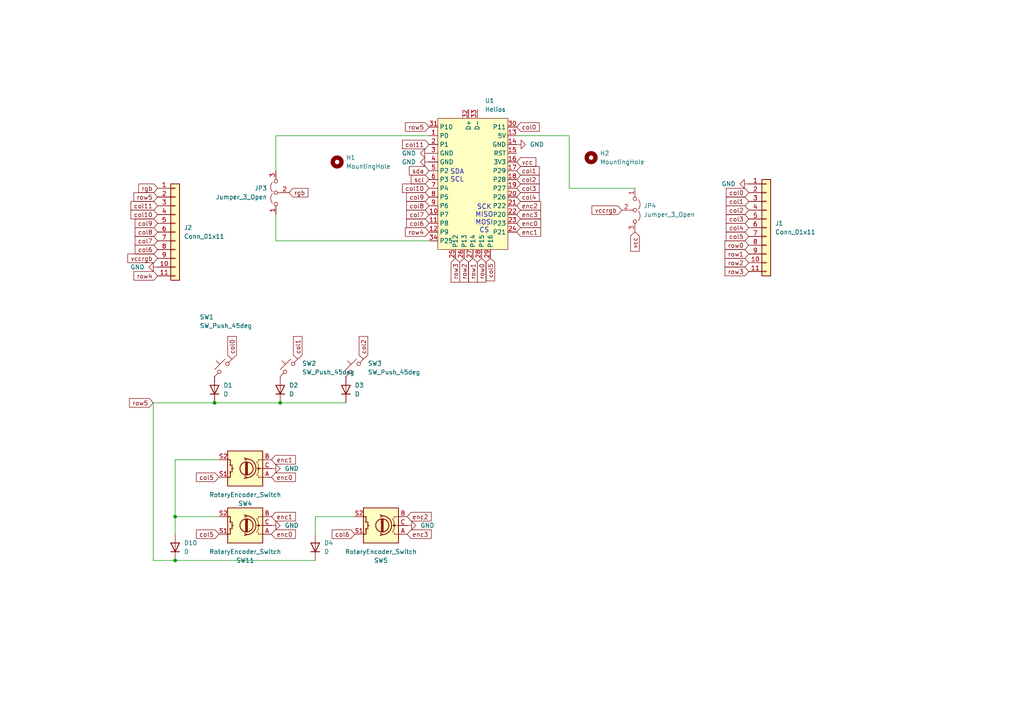
<source format=kicad_sch>
(kicad_sch (version 20231120) (generator "eeschema") (generator_version "8.0")
  (paper "A4")
  (lib_symbols
    (symbol "Connector_Generic:Conn_01x11" (pin_names (offset 1.016) hide)
      (property "Reference" "J" (at 0 15.24 0))
      (property "Value" "Conn_01x11" (at 0 -15.24 0))
      (symbol "Conn_01x11_1_1"
        (rectangle (start -1.27 -12.573) (end 0 -12.827) (stroke (width 0.1524)))
        (rectangle (start -1.27 -10.033) (end 0 -10.287) (stroke (width 0.1524)))
        (rectangle (start -1.27 -7.493) (end 0 -7.747) (stroke (width 0.1524)))
        (rectangle (start -1.27 -4.953) (end 0 -5.207) (stroke (width 0.1524)))
        (rectangle (start -1.27 -2.413) (end 0 -2.667) (stroke (width 0.1524)))
        (rectangle (start -1.27 0.127) (end 0 -0.127) (stroke (width 0.1524)))
        (rectangle (start -1.27 2.667) (end 0 2.413) (stroke (width 0.1524)))
        (rectangle (start -1.27 5.207) (end 0 4.953) (stroke (width 0.1524)))
        (rectangle (start -1.27 7.747) (end 0 7.493) (stroke (width 0.1524)))
        (rectangle (start -1.27 10.287) (end 0 10.033) (stroke (width 0.1524)))
        (rectangle (start -1.27 12.827) (end 0 12.573) (stroke (width 0.1524)))
        (rectangle (start -1.27 13.97) (end 1.27 -13.97) (stroke (width 0.254)) (fill (type background)))
        (pin passive line (at -5.08 12.7 0) (length 3.81) (name "Pin_1") (number "1"))
        (pin passive line (at -5.08 -10.16 0) (length 3.81) (name "Pin_10") (number "10"))
        (pin passive line (at -5.08 -12.7 0) (length 3.81) (name "Pin_11") (number "11"))
        (pin passive line (at -5.08 10.16 0) (length 3.81) (name "Pin_2") (number "2"))
        (pin passive line (at -5.08 7.62 0) (length 3.81) (name "Pin_3") (number "3"))
        (pin passive line (at -5.08 5.08 0) (length 3.81) (name "Pin_4") (number "4"))
        (pin passive line (at -5.08 2.54 0) (length 3.81) (name "Pin_5") (number "5"))
        (pin passive line (at -5.08 0 0) (length 3.81) (name "Pin_6") (number "6"))
        (pin passive line (at -5.08 -2.54 0) (length 3.81) (name "Pin_7") (number "7"))
        (pin passive line (at -5.08 -5.08 0) (length 3.81) (name "Pin_8") (number "8"))
        (pin passive line (at -5.08 -7.62 0) (length 3.81) (name "Pin_9") (number "9"))
      )
    )
    (symbol "Device:D" (pin_numbers hide) (pin_names (offset 1.016) hide)
      (property "Reference" "D" (at 0 2.54 0))
      (property "Value" "D" (at 0 -2.54 0))
      (symbol "D_0_1"
        (polyline (pts (xy -1.27 1.27) (xy -1.27 -1.27)) (stroke (width 0.254)))
        (polyline (pts (xy 1.27 0) (xy -1.27 0)))
        (polyline (pts (xy 1.27 1.27) (xy 1.27 -1.27) (xy -1.27 0) (xy 1.27 1.27)) (stroke (width 0.254)))
      )
      (symbol "D_1_1"
        (pin passive line (at -3.81 0 0) (length 2.54) (name "K") (number "1"))
        (pin passive line (at 3.81 0 180) (length 2.54) (name "A") (number "2"))
      )
    )
    (symbol "Device:RotaryEncoder_Switch" (pin_names (offset 0.254) hide)
      (property "Reference" "SW" (at 0 6.604 0))
      (property "Value" "RotaryEncoder_Switch" (at 0 -6.604 0))
      (symbol "RotaryEncoder_Switch_0_1"
        (rectangle (start -5.08 5.08) (end 5.08 -5.08) (stroke (width 0.254)) (fill (type background)))
        (circle (center -3.81 0) (radius 0.254) (fill (type outline)))
        (circle (center -0.381 0) (radius 1.905) (stroke (width 0.254)))
        (arc (start -0.381 2.667) (mid -3.0988 -0.0635) (end -0.381 -2.794) (stroke (width 0.254)))
        (polyline (pts (xy -0.635 -1.778) (xy -0.635 1.778)) (stroke (width 0.254)))
        (polyline (pts (xy -0.381 -1.778) (xy -0.381 1.778)) (stroke (width 0.254)))
        (polyline (pts (xy -0.127 1.778) (xy -0.127 -1.778)) (stroke (width 0.254)))
        (polyline (pts (xy 3.81 0) (xy 3.429 0)) (stroke (width 0.254)))
        (polyline (pts (xy 3.81 1.016) (xy 3.81 -1.016)) (stroke (width 0.254)))
        (polyline (pts (xy -5.08 -2.54) (xy -3.81 -2.54) (xy -3.81 -2.032)))
        (polyline (pts (xy -5.08 2.54) (xy -3.81 2.54) (xy -3.81 2.032)))
        (polyline (pts (xy 0.254 -3.048) (xy -0.508 -2.794) (xy 0.127 -2.413)) (stroke (width 0.254)))
        (polyline (pts (xy 0.254 2.921) (xy -0.508 2.667) (xy 0.127 2.286)) (stroke (width 0.254)))
        (polyline (pts (xy 5.08 -2.54) (xy 4.318 -2.54) (xy 4.318 -1.016)) (stroke (width 0.254)))
        (polyline (pts (xy 5.08 2.54) (xy 4.318 2.54) (xy 4.318 1.016)) (stroke (width 0.254)))
        (polyline (pts (xy -5.08 0) (xy -3.81 0) (xy -3.81 -1.016) (xy -3.302 -2.032)))
        (polyline (pts (xy -4.318 0) (xy -3.81 0) (xy -3.81 1.016) (xy -3.302 2.032)))
        (circle (center 4.318 -1.016) (radius 0.127) (stroke (width 0.254)))
        (circle (center 4.318 1.016) (radius 0.127) (stroke (width 0.254)))
      )
      (symbol "RotaryEncoder_Switch_1_1"
        (pin passive line (at -7.62 2.54 0) (length 2.54) (name "A") (number "A"))
        (pin passive line (at -7.62 -2.54 0) (length 2.54) (name "B") (number "B"))
        (pin passive line (at -7.62 0 0) (length 2.54) (name "C") (number "C"))
        (pin passive line (at 7.62 2.54 180) (length 2.54) (name "S1") (number "S1"))
        (pin passive line (at 7.62 -2.54 180) (length 2.54) (name "S2") (number "S2"))
      )
    )
    (symbol "Jumper:Jumper_3_Open" (pin_names (offset 0) hide) (exclude_from_sim yes) (in_bom no)
      (property "Reference" "JP" (at -2.54 -2.54 0))
      (property "Value" "Jumper_3_Open" (at 0 2.794 0))
      (symbol "Jumper_3_Open_0_0"
        (circle (center -3.302 0) (radius 0.508))
        (circle (center 0 0) (radius 0.508))
        (circle (center 3.302 0) (radius 0.508))
      )
      (symbol "Jumper_3_Open_0_1"
        (arc (start -0.254 1.016) (mid -1.651 1.4992) (end -3.048 1.016))
        (polyline (pts (xy 0 -0.508) (xy 0 -1.27)))
        (arc (start 3.048 1.016) (mid 1.651 1.4992) (end 0.254 1.016))
      )
      (symbol "Jumper_3_Open_1_1"
        (pin passive line (at -6.35 0 0) (length 2.54) (name "A") (number "1"))
        (pin passive line (at 0 -3.81 90) (length 2.54) (name "C") (number "2"))
        (pin passive line (at 6.35 0 180) (length 2.54) (name "B") (number "3"))
      )
    )
    (symbol "Mechanical:MountingHole" (pin_names (offset 1.016)) (exclude_from_sim yes) (in_bom no)
      (property "Reference" "H" (at 0 5.08 0))
      (property "Value" "MountingHole" (at 0 3.175 0))
      (symbol "MountingHole_0_1"
        (circle (center 0 0) (radius 1.27) (stroke (width 1.27)))
      )
    )
    (symbol "PCM_marbastlib-promicroish:Helios" (in_bom no)
      (property "Reference" "U" (at -7.62 22.86 0))
      (property "Value" "Helios" (at -7.62 20.32 0))
      (symbol "Helios_0_0"
        (pin bidirectional line (at -12.7 13.97 0) (length 2.54) (name "P0") (number "1"))
        (pin bidirectional line (at -12.7 -8.89 0) (length 2.54) (name "P7") (number "10"))
        (pin bidirectional line (at -12.7 -11.43 0) (length 2.54) (name "P8") (number "11"))
        (pin bidirectional line (at -12.7 -13.97 0) (length 2.54) (name "P9") (number "12"))
        (pin power_out line (at 12.7 11.43 180) (length 2.54) (name "GND") (number "14"))
        (pin bidirectional line (at 12.7 8.89 180) (length 2.54) (name "RST") (number "15"))
        (pin bidirectional line (at 12.7 3.81 180) (length 2.54) (name "P29") (number "17"))
        (pin bidirectional line (at 12.7 1.27 180) (length 2.54) (name "P28") (number "18"))
        (pin bidirectional line (at 12.7 -1.27 180) (length 2.54) (name "P27") (number "19"))
        (pin bidirectional line (at -12.7 11.43 0) (length 2.54) (name "P1") (number "2"))
        (pin bidirectional line (at 12.7 -3.81 180) (length 2.54) (name "P26") (number "20"))
        (pin bidirectional line (at 12.7 -6.35 180) (length 2.54) (name "P22") (number "21"))
        (pin bidirectional line (at 12.7 -8.89 180) (length 2.54) (name "P20") (number "22"))
        (pin bidirectional line (at 12.7 -11.43 180) (length 2.54) (name "P23") (number "23"))
        (pin bidirectional line (at 12.7 -13.97 180) (length 2.54) (name "P21") (number "24"))
        (pin power_out line (at -12.7 8.89 0) (length 2.54) (name "GND") (number "3"))
        (pin power_out line (at -12.7 6.35 0) (length 2.54) (name "GND") (number "4"))
        (pin bidirectional line (at -12.7 3.81 0) (length 2.54) (name "P2") (number "5"))
        (pin bidirectional line (at -12.7 1.27 0) (length 2.54) (name "P3") (number "6"))
        (pin bidirectional line (at -12.7 -1.27 0) (length 2.54) (name "P4") (number "7"))
        (pin bidirectional line (at -12.7 -3.81 0) (length 2.54) (name "P5") (number "8"))
        (pin bidirectional line (at -12.7 -6.35 0) (length 2.54) (name "P6") (number "9"))
      )
      (symbol "Helios_1_0"
        (pin bidirectional line (at 12.7 13.97 180) (length 2.54) (name "5V") (number "13"))
        (pin power_out line (at 12.7 6.35 180) (length 2.54) (name "3V3") (number "16"))
        (pin bidirectional line (at -5.08 -21.59 90) (length 2.54) (name "P12") (number "25"))
        (pin bidirectional line (at -2.54 -21.59 90) (length 2.54) (name "P13") (number "26"))
        (pin bidirectional line (at 0 -21.59 90) (length 2.54) (name "P14") (number "27"))
        (pin bidirectional line (at 2.54 -21.59 90) (length 2.54) (name "P15") (number "28"))
        (pin bidirectional line (at 5.08 -21.59 90) (length 2.54) (name "P16") (number "29"))
        (pin power_in line (at 12.7 16.51 180) (length 2.54) (name "P11") (number "30"))
        (pin bidirectional line (at -12.7 16.51 0) (length 2.54) (name "P10") (number "31"))
        (pin bidirectional line (at -1.27 21.59 270) (length 2.54) (name "D+") (number "32"))
        (pin bidirectional line (at 1.27 21.59 270) (length 2.54) (name "D-") (number "33"))
        (pin bidirectional line (at -12.7 -16.51 0) (length 2.54) (name "P25") (number "34"))
      )
      (symbol "Helios_1_1"
        (rectangle (start -10.16 19.05) (end 10.16 -19.05) (fill (type background)))
      )
    )
    (symbol "Switch:SW_Push_45deg" (pin_numbers hide) (pin_names (offset 1.016) hide)
      (property "Reference" "SW" (at 3.048 1.016 0))
      (property "Value" "SW_Push_45deg" (at 0 -3.81 0))
      (symbol "SW_Push_45deg_0_1"
        (circle (center -1.1684 1.1684) (radius 0.508))
        (polyline (pts (xy -0.508 2.54) (xy 2.54 -0.508)))
        (polyline (pts (xy 1.016 1.016) (xy 2.032 2.032)))
        (polyline (pts (xy -2.54 2.54) (xy -1.524 1.524) (xy -1.524 1.524)))
        (polyline (pts (xy 1.524 -1.524) (xy 2.54 -2.54) (xy 2.54 -2.54) (xy 2.54 -2.54)))
        (circle (center 1.143 -1.1938) (radius 0.508))
        (pin passive line (at -2.54 2.54 0) (length 0) (name "1") (number "1"))
        (pin passive line (at 2.54 -2.54 180) (length 0) (name "2") (number "2"))
      )
    )
    (symbol "power:GND" (power) (pin_numbers hide) (pin_names (offset 0) hide)
      (property "Value" "GND" (at 0 -3.81 0))
      (symbol "GND_0_1"
        (polyline (pts (xy 0 0) (xy 0 -1.27) (xy 1.27 -1.27) (xy 0 -2.54) (xy -1.27 -1.27) (xy 0 -1.27)))
      )
      (symbol "GND_1_1"
        (pin power_in line (at 0 0 270) (length 0) (name "~") (number "1"))
      )
    )
  )
  (junction (at 50.8 162.56))
  (junction (at 50.8 149.86))
  (junction (at 81.28 116.84))
  (junction (at 62.23 116.84))
  (wire (pts (xy 81.28 116.84) (xy 100.33 116.84)))
  (wire (pts (xy 44.45 116.84) (xy 62.23 116.84)))
  (wire (pts (xy 165.1 54.61) (xy 184.15 54.61)))
  (wire (pts (xy 91.44 154.94) (xy 91.44 149.86)))
  (wire (pts (xy 80.01 39.37) (xy 80.01 49.53)))
  (wire (pts (xy 50.8 162.56) (xy 91.44 162.56)))
  (wire (pts (xy 80.01 69.85) (xy 124.46 69.85)))
  (wire (pts (xy 149.86 39.37) (xy 165.1 39.37)))
  (wire (pts (xy 62.23 116.84) (xy 81.28 116.84)))
  (wire (pts (xy 50.8 162.56) (xy 44.45 162.56)))
  (wire (pts (xy 91.44 149.86) (xy 102.87 149.86)))
  (wire (pts (xy 44.45 162.56) (xy 44.45 116.84)))
  (wire (pts (xy 165.1 39.37) (xy 165.1 54.61)))
  (wire (pts (xy 50.8 149.86) (xy 50.8 154.94)))
  (wire (pts (xy 50.8 149.86) (xy 63.5 149.86)))
  (wire (pts (xy 50.8 133.35) (xy 50.8 149.86)))
  (wire (pts (xy 50.8 133.35) (xy 63.5 133.35)))
  (wire (pts (xy 80.01 39.37) (xy 124.46 39.37)))
  (wire (pts (xy 80.01 62.23) (xy 80.01 69.85)))
  (text "SDA\nSCL" (at 132.588 51.054 0) (effects (font (size 1.397 1.397))))
  (text "SCK\nMISO\nMOSI\nCS" (at 140.462 63.5 0) (effects (font (size 1.397 1.397))))
  (global_label "col11" (shape input) (at 124.46 41.91 180) (property "Intersheetrefs" "${INTERSHEET_REFS}" (effects (hide yes))))
  (global_label "col5" (shape input) (at 63.5 138.43 180) (property "Intersheetrefs" "${INTERSHEET_REFS}" (effects (hide yes))))
  (global_label "col1" (shape input) (at 86.36 104.14 90) (property "Intersheetrefs" "${INTERSHEET_REFS}" (effects (hide yes))))
  (global_label "col1" (shape input) (at 149.86 49.53 0) (property "Intersheetrefs" "${INTERSHEET_REFS}" (effects (hide yes))))
  (global_label "col9" (shape input) (at 124.46 57.15 180) (property "Intersheetrefs" "${INTERSHEET_REFS}" (effects (hide yes))))
  (global_label "enc3" (shape input) (at 118.11 154.94 0) (property "Intersheetrefs" "${INTERSHEET_REFS}" (effects (hide yes))))
  (global_label "row2" (shape input) (at 134.62 74.93 270) (property "Intersheetrefs" "${INTERSHEET_REFS}" (effects (hide yes))))
  (global_label "vccrgb" (shape input) (at 180.34 60.96 180) (property "Intersheetrefs" "${INTERSHEET_REFS}" (effects (hide yes))))
  (global_label "row5" (shape input) (at 44.45 116.84 180) (property "Intersheetrefs" "${INTERSHEET_REFS}" (effects (hide yes))))
  (global_label "col2" (shape input) (at 149.86 52.07 0) (property "Intersheetrefs" "${INTERSHEET_REFS}" (effects (hide yes))))
  (global_label "enc1" (shape input) (at 78.74 149.86 0) (property "Intersheetrefs" "${INTERSHEET_REFS}" (effects (hide yes))))
  (global_label "enc0" (shape input) (at 78.74 138.43 0) (property "Intersheetrefs" "${INTERSHEET_REFS}" (effects (hide yes))))
  (global_label "enc0" (shape input) (at 149.86 64.77 0) (property "Intersheetrefs" "${INTERSHEET_REFS}" (effects (hide yes))))
  (global_label "col5" (shape input) (at 63.5 154.94 180) (property "Intersheetrefs" "${INTERSHEET_REFS}" (effects (hide yes))))
  (global_label "col1" (shape input) (at 217.17 58.42 180) (property "Intersheetrefs" "${INTERSHEET_REFS}" (effects (hide yes))))
  (global_label "col5" (shape input) (at 142.24 74.93 270) (property "Intersheetrefs" "${INTERSHEET_REFS}" (effects (hide yes))))
  (global_label "col6" (shape input) (at 102.87 154.94 180) (property "Intersheetrefs" "${INTERSHEET_REFS}" (effects (hide yes))))
  (global_label "col3" (shape input) (at 149.86 54.61 0) (property "Intersheetrefs" "${INTERSHEET_REFS}" (effects (hide yes))))
  (global_label "row1" (shape input) (at 217.17 73.66 180) (property "Intersheetrefs" "${INTERSHEET_REFS}" (effects (hide yes))))
  (global_label "enc1" (shape input) (at 78.74 133.35 0) (property "Intersheetrefs" "${INTERSHEET_REFS}" (effects (hide yes))))
  (global_label "vcc" (shape input) (at 184.15 67.31 270) (property "Intersheetrefs" "${INTERSHEET_REFS}" (effects (hide yes))))
  (global_label "col10" (shape input) (at 45.72 62.23 180) (property "Intersheetrefs" "${INTERSHEET_REFS}" (effects (hide yes))))
  (global_label "row0" (shape input) (at 139.7 74.93 270) (property "Intersheetrefs" "${INTERSHEET_REFS}" (effects (hide yes))))
  (global_label "row5" (shape input) (at 45.72 57.15 180) (property "Intersheetrefs" "${INTERSHEET_REFS}" (effects (hide yes))))
  (global_label "col7" (shape input) (at 124.46 62.23 180) (property "Intersheetrefs" "${INTERSHEET_REFS}" (effects (hide yes))))
  (global_label "col2" (shape input) (at 105.41 104.14 90) (property "Intersheetrefs" "${INTERSHEET_REFS}" (effects (hide yes))))
  (global_label "col6" (shape input) (at 124.46 64.77 180) (property "Intersheetrefs" "${INTERSHEET_REFS}" (effects (hide yes))))
  (global_label "col10" (shape input) (at 124.46 54.61 180) (property "Intersheetrefs" "${INTERSHEET_REFS}" (effects (hide yes))))
  (global_label "col6" (shape input) (at 45.72 72.39 180) (property "Intersheetrefs" "${INTERSHEET_REFS}" (effects (hide yes))))
  (global_label "col0" (shape input) (at 67.31 104.14 90) (property "Intersheetrefs" "${INTERSHEET_REFS}" (effects (hide yes))))
  (global_label "row3" (shape input) (at 217.17 78.74 180) (property "Intersheetrefs" "${INTERSHEET_REFS}" (effects (hide yes))))
  (global_label "col4" (shape input) (at 149.86 57.15 0) (property "Intersheetrefs" "${INTERSHEET_REFS}" (effects (hide yes))))
  (global_label "enc2" (shape input) (at 118.11 149.86 0) (property "Intersheetrefs" "${INTERSHEET_REFS}" (effects (hide yes))))
  (global_label "rgb" (shape input) (at 83.82 55.88 0) (property "Intersheetrefs" "${INTERSHEET_REFS}" (effects (hide yes))))
  (global_label "col9" (shape input) (at 45.72 64.77 180) (property "Intersheetrefs" "${INTERSHEET_REFS}" (effects (hide yes))))
  (global_label "col11" (shape input) (at 45.72 59.69 180) (property "Intersheetrefs" "${INTERSHEET_REFS}" (effects (hide yes))))
  (global_label "rgb" (shape input) (at 45.72 54.61 180) (property "Intersheetrefs" "${INTERSHEET_REFS}" (effects (hide yes))))
  (global_label "vccrgb" (shape input) (at 45.72 74.93 180) (property "Intersheetrefs" "${INTERSHEET_REFS}" (effects (hide yes))))
  (global_label "row3" (shape input) (at 132.08 74.93 270) (property "Intersheetrefs" "${INTERSHEET_REFS}" (effects (hide yes))))
  (global_label "col4" (shape input) (at 217.17 66.04 180) (property "Intersheetrefs" "${INTERSHEET_REFS}" (effects (hide yes))))
  (global_label "col8" (shape input) (at 124.46 59.69 180) (property "Intersheetrefs" "${INTERSHEET_REFS}" (effects (hide yes))))
  (global_label "row0" (shape input) (at 217.17 71.12 180) (property "Intersheetrefs" "${INTERSHEET_REFS}" (effects (hide yes))))
  (global_label "col0" (shape input) (at 149.86 36.83 0) (property "Intersheetrefs" "${INTERSHEET_REFS}" (effects (hide yes))))
  (global_label "enc2" (shape input) (at 149.86 59.69 0) (property "Intersheetrefs" "${INTERSHEET_REFS}" (effects (hide yes))))
  (global_label "col7" (shape input) (at 45.72 69.85 180) (property "Intersheetrefs" "${INTERSHEET_REFS}" (effects (hide yes))))
  (global_label "sda" (shape input) (at 124.46 49.53 180) (property "Intersheetrefs" "${INTERSHEET_REFS}" (effects (hide yes))))
  (global_label "scl" (shape input) (at 124.46 52.07 180) (property "Intersheetrefs" "${INTERSHEET_REFS}" (effects (hide yes))))
  (global_label "vcc" (shape input) (at 149.86 46.99 0) (property "Intersheetrefs" "${INTERSHEET_REFS}" (effects (hide yes))))
  (global_label "col5" (shape input) (at 217.17 68.58 180) (property "Intersheetrefs" "${INTERSHEET_REFS}" (effects (hide yes))))
  (global_label "col2" (shape input) (at 217.17 60.96 180) (property "Intersheetrefs" "${INTERSHEET_REFS}" (effects (hide yes))))
  (global_label "row4" (shape input) (at 124.46 67.31 180) (property "Intersheetrefs" "${INTERSHEET_REFS}" (effects (hide yes))))
  (global_label "enc1" (shape input) (at 149.86 67.31 0) (property "Intersheetrefs" "${INTERSHEET_REFS}" (effects (hide yes))))
  (global_label "row1" (shape input) (at 137.16 74.93 270) (property "Intersheetrefs" "${INTERSHEET_REFS}" (effects (hide yes))))
  (global_label "col8" (shape input) (at 45.72 67.31 180) (property "Intersheetrefs" "${INTERSHEET_REFS}" (effects (hide yes))))
  (global_label "row5" (shape input) (at 124.46 36.83 180) (property "Intersheetrefs" "${INTERSHEET_REFS}" (effects (hide yes))))
  (global_label "enc3" (shape input) (at 149.86 62.23 0) (property "Intersheetrefs" "${INTERSHEET_REFS}" (effects (hide yes))))
  (global_label "row4" (shape input) (at 45.72 80.01 180) (property "Intersheetrefs" "${INTERSHEET_REFS}" (effects (hide yes))))
  (global_label "col0" (shape input) (at 217.17 55.88 180) (property "Intersheetrefs" "${INTERSHEET_REFS}" (effects (hide yes))))
  (global_label "col3" (shape input) (at 217.17 63.5 180) (property "Intersheetrefs" "${INTERSHEET_REFS}" (effects (hide yes))))
  (global_label "enc0" (shape input) (at 78.74 154.94 0) (property "Intersheetrefs" "${INTERSHEET_REFS}" (effects (hide yes))))
  (global_label "row2" (shape input) (at 217.17 76.2 180) (property "Intersheetrefs" "${INTERSHEET_REFS}" (effects (hide yes))))
  (symbol (lib_id "Device:D") (at 50.8 158.75 90) (unit 1)
    (property "Reference" "D10" (at 53.34 157.4799 90) (effects (justify right)))
    (property "Value" "D" (at 53.34 160.0199 90) (effects (justify right)))
    (property "Footprint" "barnacle:D_SOD-123-minimal" (effects (hide yes)))
    (property "Description" "Diode" (effects (hide yes)))
    (property "Sim.Device" "D" (effects (hide yes)))
    (property "Sim.Pins" "1=K 2=A" (effects (hide yes)))
  )
  (symbol (lib_id "power:GND") (at 149.86 41.91 90) (unit 1)
    (property "Reference" "#PWR02" (effects (hide yes)))
    (property "Value" "GND" (at 153.67 41.9099 90) (effects (justify right)))
    (property "Description" "Power symbol creates a global label with name \"GND\" , ground" (effects (hide yes)))
  )
  (symbol (lib_id "Device:RotaryEncoder_Switch") (at 110.49 152.4 180) (unit 1)
    (property "Reference" "SW5" (at 110.49 162.56 0))
    (property "Value" "RotaryEncoder_Switch" (at 110.49 160.02 0))
    (property "Footprint" "PCM_marbastlib-various:ROT_Alps_EC11E-Switch" (effects (hide yes)))
    (property "Description" "Rotary encoder, dual channel, incremental quadrate outputs, with switch" (effects (hide yes)))
  )
  (symbol (lib_id "Connector_Generic:Conn_01x11") (at 50.8 67.31 0) (unit 1)
    (property "Reference" "J2" (at 53.34 66.0399 0) (effects (justify left)))
    (property "Value" "Conn_01x11" (at 53.34 68.5799 0) (effects (justify left)))
    (property "Footprint" "Connector_PinHeader_2.54mm:PinHeader_1x11_P2.54mm_Vertical" (effects (hide yes)))
    (property "Description" "Generic connector, single row, 01x11, script generated (kicad-library-utils/schlib/autogen/connector/)" (effects (hide yes)))
  )
  (symbol (lib_id "Device:D") (at 91.44 158.75 90) (unit 1)
    (property "Reference" "D4" (at 93.98 157.4799 90) (effects (justify right)))
    (property "Value" "D" (at 93.98 160.0199 90) (effects (justify right)))
    (property "Footprint" "barnacle:D_SOD-123-minimal" (effects (hide yes)))
    (property "Description" "Diode" (effects (hide yes)))
    (property "Sim.Device" "D" (effects (hide yes)))
    (property "Sim.Pins" "1=K 2=A" (effects (hide yes)))
  )
  (symbol (lib_id "power:GND") (at 124.46 46.99 270) (unit 1)
    (property "Reference" "#PWR04" (effects (hide yes)))
    (property "Value" "GND" (at 120.65 46.9899 90) (effects (justify right)))
    (property "Description" "Power symbol creates a global label with name \"GND\" , ground" (effects (hide yes)))
  )
  (symbol (lib_id "Device:D") (at 81.28 113.03 90) (unit 1)
    (property "Reference" "D2" (at 83.82 111.7599 90) (effects (justify right)))
    (property "Value" "D" (at 83.82 114.2999 90) (effects (justify right)))
    (property "Footprint" "barnacle:D_SOD-123-minimal" (effects (hide yes)))
    (property "Description" "Diode" (effects (hide yes)))
    (property "Sim.Device" "D" (effects (hide yes)))
    (property "Sim.Pins" "1=K 2=A" (effects (hide yes)))
  )
  (symbol (lib_id "Jumper:Jumper_3_Open") (at 80.01 55.88 90) (unit 1) (exclude_from_sim yes) (in_bom no)
    (property "Reference" "JP3" (at 77.47 54.6099 90) (effects (justify left)))
    (property "Value" "Jumper_3_Open" (at 77.47 57.1499 90) (effects (justify left)))
    (property "Footprint" "Jumper:SolderJumper-3_P1.3mm_Open_RoundedPad1.0x1.5mm" (effects (hide yes)))
    (property "Description" "Jumper, 3-pole, both open" (effects (hide yes)))
  )
  (symbol (lib_id "power:GND") (at 78.74 152.4 90) (unit 1)
    (property "Reference" "#PWR08" (effects (hide yes)))
    (property "Value" "GND" (at 82.55 152.4001 90) (effects (justify right)))
    (property "Description" "Power symbol creates a global label with name \"GND\" , ground" (effects (hide yes)))
  )
  (symbol (lib_id "Mechanical:MountingHole") (at 97.79 46.99 0) (unit 1) (exclude_from_sim yes) (in_bom no)
    (property "Reference" "H1" (at 100.33 45.7199 0) (effects (justify left)))
    (property "Value" "MountingHole" (at 100.33 48.2599 0) (effects (justify left)))
    (property "Footprint" "MountingHole:MountingHole_3.2mm_M3_DIN965_Pad" (effects (hide yes)))
    (property "Description" "Mounting Hole without connection" (effects (hide yes)))
  )
  (symbol (lib_id "Device:RotaryEncoder_Switch") (at 71.12 135.89 180) (unit 1)
    (property "Reference" "SW4" (at 71.12 146.05 0))
    (property "Value" "RotaryEncoder_Switch" (at 71.12 143.51 0))
    (property "Footprint" "PCM_marbastlib-various:ROT_Alps_EC11E-Switch" (effects (hide yes)))
    (property "Description" "Rotary encoder, dual channel, incremental quadrate outputs, with switch" (effects (hide yes)))
  )
  (symbol (lib_id "Device:RotaryEncoder_Switch") (at 71.12 152.4 180) (unit 1)
    (property "Reference" "SW11" (at 71.12 162.56 0))
    (property "Value" "RotaryEncoder_Switch" (at 71.12 160.02 0))
    (property "Footprint" "PCM_marbastlib-various:ROT_Alps_EC11E-Switch" (effects (hide yes)))
    (property "Description" "Rotary encoder, dual channel, incremental quadrate outputs, with switch" (effects (hide yes)))
  )
  (symbol (lib_id "Device:D") (at 100.33 113.03 90) (unit 1)
    (property "Reference" "D3" (at 102.87 111.7599 90) (effects (justify right)))
    (property "Value" "D" (at 102.87 114.2999 90) (effects (justify right)))
    (property "Footprint" "barnacle:D_SOD-123-minimal" (effects (hide yes)))
    (property "Description" "Diode" (effects (hide yes)))
    (property "Sim.Device" "D" (effects (hide yes)))
    (property "Sim.Pins" "1=K 2=A" (effects (hide yes)))
  )
  (symbol (lib_id "PCM_marbastlib-promicroish:Helios") (at 137.16 53.34 0) (unit 1) (in_bom no)
    (property "Reference" "U1" (at 140.6241 29.21 0) (effects (justify left)))
    (property "Value" "Helios" (at 140.6241 31.75 0) (effects (justify left)))
    (property "Footprint" "PCM_marbastlib-xp-promicroish:Helios_AH_USBup" (effects (hide yes)))
    (property "Datasheet" "https://github.com/0xCB-dev/0xCB-Helios" (effects (hide yes)))
    (property "Description" "Symbol for an 0xCB Helios" (effects (hide yes)))
  )
  (symbol (lib_id "Switch:SW_Push_45deg") (at 64.77 106.68 90) (unit 1)
    (property "Reference" "SW1" (at 57.912 91.948 90) (effects (justify right)))
    (property "Value" "SW_Push_45deg" (at 57.912 94.488 90) (effects (justify right)))
    (property "Footprint" "PCM_marbastlib-mx:SW_MX_HS_S_CPG151101S11_1u" (effects (hide yes)))
    (property "Description" "Push button switch, normally open, two pins, 45° tilted" (effects (hide yes)))
  )
  (symbol (lib_id "power:GND") (at 118.11 152.4 90) (unit 1)
    (property "Reference" "#PWR09" (effects (hide yes)))
    (property "Value" "GND" (at 121.92 152.4001 90) (effects (justify right)))
    (property "Description" "Power symbol creates a global label with name \"GND\" , ground" (effects (hide yes)))
  )
  (symbol (lib_id "power:GND") (at 217.17 53.34 270) (unit 1)
    (property "Reference" "#PWR05" (effects (hide yes)))
    (property "Value" "GND" (at 213.36 53.3399 90) (effects (justify right)))
    (property "Description" "Power symbol creates a global label with name \"GND\" , ground" (effects (hide yes)))
  )
  (symbol (lib_id "power:GND") (at 124.46 44.45 270) (unit 1)
    (property "Reference" "#PWR03" (effects (hide yes)))
    (property "Value" "GND" (at 120.65 44.4499 90) (effects (justify right)))
    (property "Description" "Power symbol creates a global label with name \"GND\" , ground" (effects (hide yes)))
  )
  (symbol (lib_id "power:GND") (at 45.72 77.47 270) (unit 1)
    (property "Reference" "#PWR01" (effects (hide yes)))
    (property "Value" "GND" (at 41.91 77.4699 90) (effects (justify right)))
    (property "Description" "Power symbol creates a global label with name \"GND\" , ground" (effects (hide yes)))
  )
  (symbol (lib_id "Switch:SW_Push_45deg") (at 102.87 106.68 90) (unit 1)
    (property "Reference" "SW3" (at 106.68 105.4099 90) (effects (justify right)))
    (property "Value" "SW_Push_45deg" (at 106.68 107.9499 90) (effects (justify right)))
    (property "Footprint" "PCM_marbastlib-mx:SW_MX_HS_S_CPG151101S11_1u" (effects (hide yes)))
    (property "Description" "Push button switch, normally open, two pins, 45° tilted" (effects (hide yes)))
  )
  (symbol (lib_id "Switch:SW_Push_45deg") (at 83.82 106.68 90) (unit 1)
    (property "Reference" "SW2" (at 87.63 105.4099 90) (effects (justify right)))
    (property "Value" "SW_Push_45deg" (at 87.63 107.9499 90) (effects (justify right)))
    (property "Footprint" "PCM_marbastlib-mx:SW_MX_1u" (effects (hide yes)))
    (property "Description" "Push button switch, normally open, two pins, 45° tilted" (effects (hide yes)))
  )
  (symbol (lib_id "Device:D") (at 62.23 113.03 90) (unit 1)
    (property "Reference" "D1" (at 64.77 111.7599 90) (effects (justify right)))
    (property "Value" "D" (at 64.77 114.2999 90) (effects (justify right)))
    (property "Footprint" "barnacle:D_SOD-123-minimal" (effects (hide yes)))
    (property "Description" "Diode" (effects (hide yes)))
    (property "Sim.Device" "D" (effects (hide yes)))
    (property "Sim.Pins" "1=K 2=A" (effects (hide yes)))
  )
  (symbol (lib_id "Mechanical:MountingHole") (at 171.45 45.72 0) (unit 1) (exclude_from_sim yes) (in_bom no)
    (property "Reference" "H2" (at 173.99 44.4499 0) (effects (justify left)))
    (property "Value" "MountingHole" (at 173.99 46.9899 0) (effects (justify left)))
    (property "Footprint" "MountingHole:MountingHole_3.2mm_M3_DIN965_Pad" (effects (hide yes)))
    (property "Description" "Mounting Hole without connection" (effects (hide yes)))
  )
  (symbol (lib_id "Connector_Generic:Conn_01x11") (at 222.25 66.04 0) (unit 1)
    (property "Reference" "J1" (at 224.79 64.7699 0) (effects (justify left)))
    (property "Value" "Conn_01x11" (at 224.79 67.3099 0) (effects (justify left)))
    (property "Footprint" "Connector_PinHeader_2.54mm:PinHeader_1x11_P2.54mm_Vertical" (effects (hide yes)))
    (property "Description" "Generic connector, single row, 01x11, script generated (kicad-library-utils/schlib/autogen/connector/)" (effects (hide yes)))
  )
  (symbol (lib_id "power:GND") (at 78.74 135.89 90) (unit 1)
    (property "Reference" "#PWR07" (effects (hide yes)))
    (property "Value" "GND" (at 82.55 135.8901 90) (effects (justify right)))
    (property "Description" "Power symbol creates a global label with name \"GND\" , ground" (effects (hide yes)))
  )
  (symbol (lib_id "Jumper:Jumper_3_Open") (at 184.15 60.96 270) (unit 1) (exclude_from_sim yes) (in_bom no)
    (property "Reference" "JP4" (at 186.69 59.6899 90) (effects (justify left)))
    (property "Value" "Jumper_3_Open" (at 186.69 62.2299 90) (effects (justify left)))
    (property "Footprint" "Jumper:SolderJumper-3_P1.3mm_Open_RoundedPad1.0x1.5mm" (effects (hide yes)))
    (property "Description" "Jumper, 3-pole, both open" (effects (hide yes)))
  )
)
</source>
